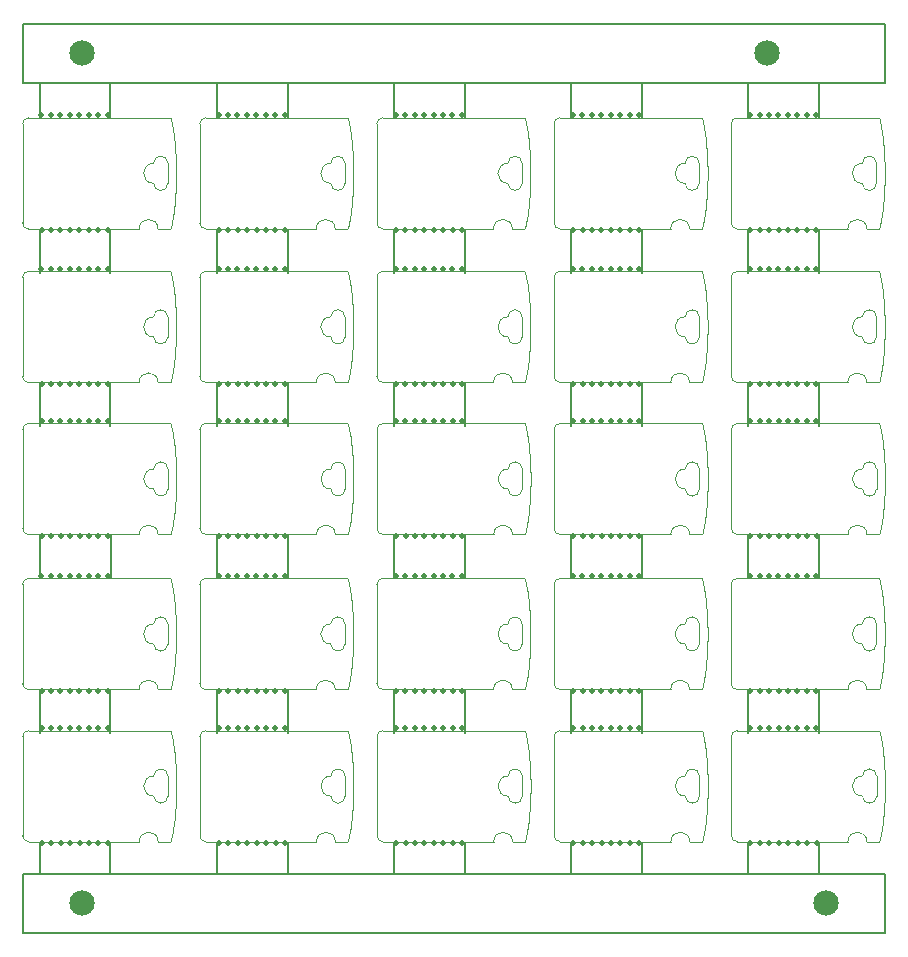
<source format=gko>
*
%FSLAX26Y26*%
%MOIN*%
%ADD10C,0.000394*%
%ADD11C,0.001969*%
%ADD12C,0.007874*%
%ADD13C,0.084646*%
%ADD14C,0.019685*%
%IPPOS*%
%LNa.gko*%
%LPD*%
%SRX1Y1I0J0*%
G01*
G75*
G54D10*
X464117Y180692D02*
G02X416873Y180692I-23622J0D01*
X464117Y247622D02*
G03X416873Y247622I-23622J0D01*
G03X416873Y180692I0J-33465D01*
G54D11*
X431637Y29118D02*
G03X368645Y29118I-31496J0D01*
X431637D02*
G01X471991D01*
G54D10*
X464117Y247622D02*
Y180692D01*
G54D11*
X-450Y399196D02*
G03X-20135Y379511I0J-19685D01*
Y48803D02*
G03X-450Y29118I19685J0D01*
X-20135Y379511D02*
G01Y48803D01*
X471991Y399196D02*
X-450D01*
Y29118D02*
X368645D01*
X491676Y214157D02*
Y219275D01*
Y224787D01*
Y229905D01*
Y235417D01*
X491282Y240535D01*
Y246047D01*
Y251165D01*
X490889Y256283D01*
Y261795D01*
X490495Y266913D01*
X490101Y272031D01*
Y277149D01*
X489708Y282267D01*
X489314Y286992D01*
X488920Y292110D01*
X488527Y296834D01*
X488133Y301952D01*
X487739Y306677D01*
X487345Y311401D01*
X486952Y316125D01*
X486558Y320850D01*
X486164Y325574D01*
X485377Y329905D01*
X484983Y334629D01*
X484590Y338960D01*
X483802Y343291D01*
X483408Y347228D01*
X482621Y351559D01*
X482227Y355496D01*
X481440Y359433D01*
X480653Y363370D01*
X480259Y367307D01*
X479471Y370850D01*
X478684Y374787D01*
X477897Y377937D01*
X477109Y381480D01*
X476716Y385023D01*
X475928Y388173D01*
X475141Y391322D01*
X474353Y394078D01*
X473172Y397228D01*
X471991Y399196D01*
Y29118D02*
X473172Y31086D01*
X474353Y34236D01*
X475141Y36992D01*
X475928Y40141D01*
X476716Y43291D01*
X477109Y46834D01*
X477897Y50377D01*
X478684Y53527D01*
X479471Y57464D01*
X480259Y61007D01*
X480653Y64944D01*
X481440Y68881D01*
X482227Y72818D01*
X482621Y76755D01*
X483408Y81086D01*
X483802Y85023D01*
X484590Y89354D01*
X484983Y93685D01*
X485377Y98409D01*
X486164Y102740D01*
X486558Y107464D01*
X486952Y112188D01*
X487345Y116913D01*
X487739Y121637D01*
X488133Y126362D01*
X488527Y131480D01*
X488920Y136204D01*
X489314Y141322D01*
X489708Y146047D01*
X490101Y151165D01*
Y156283D01*
X490495Y161401D01*
X490889Y166519D01*
Y172031D01*
X491282Y177149D01*
Y182267D01*
Y187779D01*
X491676Y192897D01*
Y198409D01*
Y203527D01*
Y209039D01*
Y214157D01*
G54D10*
X1054668Y180692D02*
G02X1007424Y180692I-23622J0D01*
X1054668Y247622D02*
G03X1007424Y247622I-23622J0D01*
G03X1007424Y180692I0J-33465D01*
G54D11*
X1022188Y29118D02*
G03X959196Y29118I-31496J0D01*
X1022188D02*
G01X1062542D01*
G54D10*
X1054668Y247622D02*
Y180692D01*
G54D11*
X590101Y399196D02*
G03X570416Y379511I0J-19685D01*
Y48803D02*
G03X590101Y29118I19685J0D01*
X570416Y379511D02*
G01Y48803D01*
X1062542Y399196D02*
X590101D01*
Y29118D02*
X959196D01*
X1082227Y214157D02*
Y219275D01*
Y224787D01*
Y229905D01*
Y235417D01*
X1081833Y240535D01*
Y246047D01*
Y251165D01*
X1081440Y256283D01*
Y261795D01*
X1081046Y266913D01*
X1080652Y272031D01*
Y277149D01*
X1080259Y282267D01*
X1079865Y286992D01*
X1079471Y292110D01*
X1079078Y296834D01*
X1078684Y301952D01*
X1078290Y306677D01*
X1077896Y311401D01*
X1077503Y316125D01*
X1077109Y320850D01*
X1076715Y325574D01*
X1075928Y329905D01*
X1075534Y334629D01*
X1075141Y338960D01*
X1074353Y343291D01*
X1073959Y347228D01*
X1073172Y351559D01*
X1072778Y355496D01*
X1071991Y359433D01*
X1071204Y363370D01*
X1070810Y367307D01*
X1070022Y370850D01*
X1069235Y374787D01*
X1068448Y377937D01*
X1067660Y381480D01*
X1067267Y385023D01*
X1066479Y388173D01*
X1065692Y391322D01*
X1064904Y394078D01*
X1063723Y397228D01*
X1062542Y399196D01*
Y29118D02*
X1063723Y31086D01*
X1064904Y34236D01*
X1065692Y36992D01*
X1066479Y40141D01*
X1067267Y43291D01*
X1067660Y46834D01*
X1068448Y50377D01*
X1069235Y53527D01*
X1070022Y57464D01*
X1070810Y61007D01*
X1071204Y64944D01*
X1071991Y68881D01*
X1072778Y72818D01*
X1073172Y76755D01*
X1073959Y81086D01*
X1074353Y85023D01*
X1075141Y89354D01*
X1075534Y93685D01*
X1075928Y98409D01*
X1076715Y102740D01*
X1077109Y107464D01*
X1077503Y112188D01*
X1077896Y116913D01*
X1078290Y121637D01*
X1078684Y126362D01*
X1079078Y131480D01*
X1079471Y136204D01*
X1079865Y141322D01*
X1080259Y146047D01*
X1080652Y151165D01*
Y156283D01*
X1081046Y161401D01*
X1081440Y166519D01*
Y172031D01*
X1081833Y177149D01*
Y182267D01*
Y187779D01*
X1082227Y192897D01*
Y198409D01*
Y203527D01*
Y209039D01*
Y214157D01*
G54D10*
X1645219Y180692D02*
G02X1597975Y180692I-23622J0D01*
X1645219Y247622D02*
G03X1597975Y247622I-23622J0D01*
G03X1597975Y180692I0J-33465D01*
G54D11*
X1612739Y29118D02*
G03X1549747Y29118I-31496J0D01*
X1612739D02*
G01X1653093D01*
G54D10*
X1645219Y247622D02*
Y180692D01*
G54D11*
X1180652Y399196D02*
G03X1160967Y379511I0J-19685D01*
Y48803D02*
G03X1180652Y29118I19685J0D01*
X1160967Y379511D02*
G01Y48803D01*
X1653093Y399196D02*
X1180652D01*
Y29118D02*
X1549747D01*
X1672778Y214157D02*
Y219275D01*
Y224787D01*
Y229905D01*
Y235417D01*
X1672385Y240535D01*
Y246047D01*
Y251165D01*
X1671991Y256283D01*
Y261795D01*
X1671597Y266913D01*
X1671203Y272031D01*
Y277149D01*
X1670810Y282267D01*
X1670416Y286992D01*
X1670022Y292110D01*
X1669629Y296834D01*
X1669235Y301952D01*
X1668841Y306677D01*
X1668448Y311401D01*
X1668054Y316125D01*
X1667660Y320850D01*
X1667266Y325574D01*
X1666479Y329905D01*
X1666085Y334629D01*
X1665692Y338960D01*
X1664904Y343291D01*
X1664511Y347228D01*
X1663723Y351559D01*
X1663329Y355496D01*
X1662542Y359433D01*
X1661755Y363370D01*
X1661361Y367307D01*
X1660574Y370850D01*
X1659786Y374787D01*
X1658999Y377937D01*
X1658211Y381480D01*
X1657818Y385023D01*
X1657030Y388173D01*
X1656243Y391322D01*
X1655455Y394078D01*
X1654274Y397228D01*
X1653093Y399196D01*
Y29118D02*
X1654274Y31086D01*
X1655455Y34236D01*
X1656243Y36992D01*
X1657030Y40141D01*
X1657818Y43291D01*
X1658211Y46834D01*
X1658999Y50377D01*
X1659786Y53527D01*
X1660574Y57464D01*
X1661361Y61007D01*
X1661755Y64944D01*
X1662542Y68881D01*
X1663329Y72818D01*
X1663723Y76755D01*
X1664511Y81086D01*
X1664904Y85023D01*
X1665692Y89354D01*
X1666085Y93685D01*
X1666479Y98409D01*
X1667266Y102740D01*
X1667660Y107464D01*
X1668054Y112188D01*
X1668448Y116913D01*
X1668841Y121637D01*
X1669235Y126362D01*
X1669629Y131480D01*
X1670022Y136204D01*
X1670416Y141322D01*
X1670810Y146047D01*
X1671203Y151165D01*
Y156283D01*
X1671597Y161401D01*
X1671991Y166519D01*
Y172031D01*
X1672385Y177149D01*
Y182267D01*
Y187779D01*
X1672778Y192897D01*
Y198409D01*
Y203527D01*
Y209039D01*
Y214157D01*
G54D10*
X2235770Y180692D02*
G02X2188526Y180692I-23622J0D01*
X2235770Y247622D02*
G03X2188526Y247622I-23622J0D01*
G03X2188526Y180692I0J-33465D01*
G54D11*
X2203290Y29118D02*
G03X2140298Y29118I-31496J0D01*
X2203290D02*
G01X2243644D01*
G54D10*
X2235770Y247622D02*
Y180692D01*
G54D11*
X1771203Y399196D02*
G03X1751518Y379511I0J-19685D01*
Y48803D02*
G03X1771203Y29118I19685J0D01*
X1751518Y379511D02*
G01Y48803D01*
X2243644Y399196D02*
X1771203D01*
Y29118D02*
X2140298D01*
X2263329Y214157D02*
Y219275D01*
Y224787D01*
Y229905D01*
Y235417D01*
X2262936Y240535D01*
Y246047D01*
Y251165D01*
X2262542Y256283D01*
Y261795D01*
X2262148Y266913D01*
X2261754Y272031D01*
Y277149D01*
X2261361Y282267D01*
X2260967Y286992D01*
X2260573Y292110D01*
X2260180Y296834D01*
X2259786Y301952D01*
X2259392Y306677D01*
X2258999Y311401D01*
X2258605Y316125D01*
X2258211Y320850D01*
X2257817Y325574D01*
X2257030Y329905D01*
X2256636Y334629D01*
X2256243Y338960D01*
X2255455Y343291D01*
X2255062Y347228D01*
X2254274Y351559D01*
X2253880Y355496D01*
X2253093Y359433D01*
X2252306Y363370D01*
X2251912Y367307D01*
X2251125Y370850D01*
X2250337Y374787D01*
X2249550Y377937D01*
X2248762Y381480D01*
X2248369Y385023D01*
X2247581Y388173D01*
X2246794Y391322D01*
X2246006Y394078D01*
X2244825Y397228D01*
X2243644Y399196D01*
Y29118D02*
X2244825Y31086D01*
X2246006Y34236D01*
X2246794Y36992D01*
X2247581Y40141D01*
X2248369Y43291D01*
X2248762Y46834D01*
X2249550Y50377D01*
X2250337Y53527D01*
X2251125Y57464D01*
X2251912Y61007D01*
X2252306Y64944D01*
X2253093Y68881D01*
X2253880Y72818D01*
X2254274Y76755D01*
X2255062Y81086D01*
X2255455Y85023D01*
X2256243Y89354D01*
X2256636Y93685D01*
X2257030Y98409D01*
X2257817Y102740D01*
X2258211Y107464D01*
X2258605Y112188D01*
X2258999Y116913D01*
X2259392Y121637D01*
X2259786Y126362D01*
X2260180Y131480D01*
X2260573Y136204D01*
X2260967Y141322D01*
X2261361Y146047D01*
X2261754Y151165D01*
Y156283D01*
X2262148Y161401D01*
X2262542Y166519D01*
Y172031D01*
X2262936Y177149D01*
Y182267D01*
Y187779D01*
X2263329Y192897D01*
Y198409D01*
Y203527D01*
Y209039D01*
Y214157D01*
G54D10*
X2826321Y180692D02*
G02X2779077Y180692I-23622J0D01*
X2826321Y247622D02*
G03X2779077Y247622I-23622J0D01*
G03X2779077Y180692I0J-33465D01*
G54D11*
X2793841Y29118D02*
G03X2730849Y29118I-31496J0D01*
X2793841D02*
G01X2834195D01*
G54D10*
X2826321Y247622D02*
Y180692D01*
G54D11*
X2361754Y399196D02*
G03X2342069Y379511I0J-19685D01*
Y48803D02*
G03X2361754Y29118I19685J0D01*
X2342069Y379511D02*
G01Y48803D01*
X2834195Y399196D02*
X2361754D01*
Y29118D02*
X2730849D01*
X2853880Y214157D02*
Y219275D01*
Y224787D01*
Y229905D01*
Y235417D01*
X2853487Y240535D01*
Y246047D01*
Y251165D01*
X2853093Y256283D01*
Y261795D01*
X2852699Y266913D01*
X2852305Y272031D01*
Y277149D01*
X2851912Y282267D01*
X2851518Y286992D01*
X2851124Y292110D01*
X2850731Y296834D01*
X2850337Y301952D01*
X2849943Y306677D01*
X2849550Y311401D01*
X2849156Y316125D01*
X2848762Y320850D01*
X2848368Y325574D01*
X2847581Y329905D01*
X2847187Y334629D01*
X2846794Y338960D01*
X2846006Y343291D01*
X2845613Y347228D01*
X2844825Y351559D01*
X2844431Y355496D01*
X2843644Y359433D01*
X2842857Y363370D01*
X2842463Y367307D01*
X2841675Y370850D01*
X2840888Y374787D01*
X2840101Y377937D01*
X2839313Y381480D01*
X2838920Y385023D01*
X2838132Y388173D01*
X2837345Y391322D01*
X2836557Y394078D01*
X2835376Y397228D01*
X2834195Y399196D01*
Y29118D02*
X2835376Y31086D01*
X2836557Y34236D01*
X2837345Y36992D01*
X2838132Y40141D01*
X2838920Y43291D01*
X2839313Y46834D01*
X2840101Y50377D01*
X2840888Y53527D01*
X2841675Y57464D01*
X2842463Y61007D01*
X2842857Y64944D01*
X2843644Y68881D01*
X2844431Y72818D01*
X2844825Y76755D01*
X2845613Y81086D01*
X2846006Y85023D01*
X2846794Y89354D01*
X2847187Y93685D01*
X2847581Y98409D01*
X2848368Y102740D01*
X2848762Y107464D01*
X2849156Y112188D01*
X2849550Y116913D01*
X2849943Y121637D01*
X2850337Y126362D01*
X2850731Y131480D01*
X2851124Y136204D01*
X2851518Y141322D01*
X2851912Y146047D01*
X2852305Y151165D01*
Y156283D01*
X2852699Y161401D01*
X2853093Y166519D01*
Y172031D01*
X2853487Y177149D01*
Y182267D01*
Y187779D01*
X2853880Y192897D01*
Y198409D01*
Y203527D01*
Y209039D01*
Y214157D01*
G54D10*
X463626Y687732D02*
G02X416382Y687732I-23622J0D01*
X463626Y754662D02*
G03X416382Y754662I-23622J0D01*
G03X416382Y687732I0J-33465D01*
G54D11*
X431146Y536158D02*
G03X368154Y536158I-31496J0D01*
X431146D02*
G01X471500D01*
G54D10*
X463626Y754662D02*
Y687732D01*
G54D11*
X-941Y906236D02*
G03X-20626Y886551I0J-19685D01*
Y555843D02*
G03X-941Y536158I19685J0D01*
X-20626Y886551D02*
G01Y555843D01*
X471500Y906236D02*
X-941D01*
Y536158D02*
X368154D01*
X491185Y721197D02*
Y726315D01*
Y731827D01*
Y736945D01*
Y742457D01*
X490791Y747575D01*
Y753087D01*
Y758205D01*
X490398Y763323D01*
Y768835D01*
X490004Y773953D01*
X489610Y779071D01*
Y784189D01*
X489217Y789307D01*
X488823Y794032D01*
X488429Y799150D01*
X488036Y803874D01*
X487642Y808992D01*
X487248Y813717D01*
X486854Y818441D01*
X486461Y823166D01*
X486067Y827890D01*
X485673Y832614D01*
X484886Y836945D01*
X484492Y841669D01*
X484099Y846000D01*
X483311Y850331D01*
X482917Y854268D01*
X482130Y858599D01*
X481736Y862536D01*
X480949Y866473D01*
X480162Y870410D01*
X479768Y874347D01*
X478980Y877890D01*
X478193Y881827D01*
X477406Y884977D01*
X476618Y888520D01*
X476225Y892063D01*
X475437Y895213D01*
X474650Y898362D01*
X473862Y901118D01*
X472681Y904268D01*
X471500Y906236D01*
Y536158D02*
X472681Y538126D01*
X473862Y541276D01*
X474650Y544032D01*
X475437Y547181D01*
X476225Y550331D01*
X476618Y553874D01*
X477406Y557418D01*
X478193Y560567D01*
X478980Y564504D01*
X479768Y568047D01*
X480162Y571984D01*
X480949Y575921D01*
X481736Y579858D01*
X482130Y583795D01*
X482917Y588126D01*
X483311Y592063D01*
X484099Y596394D01*
X484492Y600725D01*
X484886Y605449D01*
X485673Y609780D01*
X486067Y614504D01*
X486461Y619229D01*
X486854Y623953D01*
X487248Y628677D01*
X487642Y633402D01*
X488036Y638520D01*
X488429Y643244D01*
X488823Y648362D01*
X489217Y653087D01*
X489610Y658205D01*
Y663323D01*
X490004Y668441D01*
X490398Y673559D01*
Y679071D01*
X490791Y684189D01*
Y689307D01*
Y694819D01*
X491185Y699937D01*
Y705449D01*
Y710567D01*
Y716079D01*
Y721197D01*
G54D10*
X1054177Y687732D02*
G02X1006933Y687732I-23622J0D01*
X1054177Y754662D02*
G03X1006933Y754662I-23622J0D01*
G03X1006933Y687732I0J-33465D01*
G54D11*
X1021697Y536158D02*
G03X958705Y536158I-31496J0D01*
X1021697D02*
G01X1062051D01*
G54D10*
X1054177Y754662D02*
Y687732D01*
G54D11*
X589610Y906236D02*
G03X569925Y886551I0J-19685D01*
Y555843D02*
G03X589610Y536158I19685J0D01*
X569925Y886551D02*
G01Y555843D01*
X1062051Y906236D02*
X589610D01*
Y536158D02*
X958705D01*
X1081736Y721197D02*
Y726315D01*
Y731827D01*
Y736945D01*
Y742457D01*
X1081342Y747575D01*
Y753087D01*
Y758205D01*
X1080949Y763323D01*
Y768835D01*
X1080555Y773953D01*
X1080161Y779071D01*
Y784189D01*
X1079768Y789307D01*
X1079374Y794032D01*
X1078980Y799150D01*
X1078587Y803874D01*
X1078193Y808992D01*
X1077799Y813717D01*
X1077405Y818441D01*
X1077012Y823166D01*
X1076618Y827890D01*
X1076224Y832614D01*
X1075437Y836945D01*
X1075043Y841669D01*
X1074650Y846000D01*
X1073862Y850331D01*
X1073468Y854268D01*
X1072681Y858599D01*
X1072287Y862536D01*
X1071500Y866473D01*
X1070713Y870410D01*
X1070319Y874347D01*
X1069531Y877890D01*
X1068744Y881827D01*
X1067957Y884977D01*
X1067169Y888520D01*
X1066775Y892063D01*
X1065988Y895213D01*
X1065201Y898362D01*
X1064413Y901118D01*
X1063232Y904268D01*
X1062051Y906236D01*
Y536158D02*
X1063232Y538126D01*
X1064413Y541276D01*
X1065201Y544032D01*
X1065988Y547181D01*
X1066775Y550331D01*
X1067169Y553874D01*
X1067957Y557418D01*
X1068744Y560567D01*
X1069531Y564504D01*
X1070319Y568047D01*
X1070713Y571984D01*
X1071500Y575921D01*
X1072287Y579858D01*
X1072681Y583795D01*
X1073468Y588126D01*
X1073862Y592063D01*
X1074650Y596394D01*
X1075043Y600725D01*
X1075437Y605449D01*
X1076224Y609780D01*
X1076618Y614504D01*
X1077012Y619229D01*
X1077405Y623953D01*
X1077799Y628677D01*
X1078193Y633402D01*
X1078587Y638520D01*
X1078980Y643244D01*
X1079374Y648362D01*
X1079768Y653087D01*
X1080161Y658205D01*
Y663323D01*
X1080555Y668441D01*
X1080949Y673559D01*
Y679071D01*
X1081342Y684189D01*
Y689307D01*
Y694819D01*
X1081736Y699937D01*
Y705449D01*
Y710567D01*
Y716079D01*
Y721197D01*
G54D10*
X1644728Y687732D02*
G02X1597484Y687732I-23622J0D01*
X1644728Y754662D02*
G03X1597484Y754662I-23622J0D01*
G03X1597484Y687732I0J-33465D01*
G54D11*
X1612248Y536158D02*
G03X1549256Y536158I-31496J0D01*
X1612248D02*
G01X1652602D01*
G54D10*
X1644728Y754662D02*
Y687732D01*
G54D11*
X1180161Y906236D02*
G03X1160476Y886551I0J-19685D01*
Y555843D02*
G03X1180161Y536158I19685J0D01*
X1160476Y886551D02*
G01Y555843D01*
X1652602Y906236D02*
X1180161D01*
Y536158D02*
X1549256D01*
X1672287Y721197D02*
Y726315D01*
Y731827D01*
Y736945D01*
Y742457D01*
X1671894Y747575D01*
Y753087D01*
Y758205D01*
X1671500Y763323D01*
Y768835D01*
X1671106Y773953D01*
X1670712Y779071D01*
Y784189D01*
X1670319Y789307D01*
X1669925Y794032D01*
X1669531Y799150D01*
X1669138Y803874D01*
X1668744Y808992D01*
X1668350Y813717D01*
X1667956Y818441D01*
X1667563Y823166D01*
X1667169Y827890D01*
X1666775Y832614D01*
X1665988Y836945D01*
X1665594Y841669D01*
X1665201Y846000D01*
X1664413Y850331D01*
X1664019Y854268D01*
X1663232Y858599D01*
X1662838Y862536D01*
X1662051Y866473D01*
X1661264Y870410D01*
X1660870Y874347D01*
X1660082Y877890D01*
X1659295Y881827D01*
X1658508Y884977D01*
X1657720Y888520D01*
X1657327Y892063D01*
X1656539Y895213D01*
X1655752Y898362D01*
X1654964Y901118D01*
X1653783Y904268D01*
X1652602Y906236D01*
Y536158D02*
X1653783Y538126D01*
X1654964Y541276D01*
X1655752Y544032D01*
X1656539Y547181D01*
X1657327Y550331D01*
X1657720Y553874D01*
X1658508Y557418D01*
X1659295Y560567D01*
X1660082Y564504D01*
X1660870Y568047D01*
X1661264Y571984D01*
X1662051Y575921D01*
X1662838Y579858D01*
X1663232Y583795D01*
X1664019Y588126D01*
X1664413Y592063D01*
X1665201Y596394D01*
X1665594Y600725D01*
X1665988Y605449D01*
X1666775Y609780D01*
X1667169Y614504D01*
X1667563Y619229D01*
X1667956Y623953D01*
X1668350Y628677D01*
X1668744Y633402D01*
X1669138Y638520D01*
X1669531Y643244D01*
X1669925Y648362D01*
X1670319Y653087D01*
X1670712Y658205D01*
Y663323D01*
X1671106Y668441D01*
X1671500Y673559D01*
Y679071D01*
X1671894Y684189D01*
Y689307D01*
Y694819D01*
X1672287Y699937D01*
Y705449D01*
Y710567D01*
Y716079D01*
Y721197D01*
G54D10*
X2235279Y687732D02*
G02X2188035Y687732I-23622J0D01*
X2235279Y754662D02*
G03X2188035Y754662I-23622J0D01*
G03X2188035Y687732I0J-33465D01*
G54D11*
X2202799Y536158D02*
G03X2139807Y536158I-31496J0D01*
X2202799D02*
G01X2243153D01*
G54D10*
X2235279Y754662D02*
Y687732D01*
G54D11*
X1770712Y906236D02*
G03X1751027Y886551I0J-19685D01*
Y555843D02*
G03X1770712Y536158I19685J0D01*
X1751027Y886551D02*
G01Y555843D01*
X2243153Y906236D02*
X1770712D01*
Y536158D02*
X2139807D01*
X2262838Y721197D02*
Y726315D01*
Y731827D01*
Y736945D01*
Y742457D01*
X2262444Y747575D01*
Y753087D01*
Y758205D01*
X2262051Y763323D01*
Y768835D01*
X2261657Y773953D01*
X2261263Y779071D01*
Y784189D01*
X2260870Y789307D01*
X2260476Y794032D01*
X2260082Y799150D01*
X2259689Y803874D01*
X2259295Y808992D01*
X2258901Y813717D01*
X2258507Y818441D01*
X2258114Y823166D01*
X2257720Y827890D01*
X2257326Y832614D01*
X2256539Y836945D01*
X2256145Y841669D01*
X2255752Y846000D01*
X2254964Y850331D01*
X2254570Y854268D01*
X2253783Y858599D01*
X2253389Y862536D01*
X2252602Y866473D01*
X2251815Y870410D01*
X2251421Y874347D01*
X2250633Y877890D01*
X2249846Y881827D01*
X2249059Y884977D01*
X2248271Y888520D01*
X2247878Y892063D01*
X2247090Y895213D01*
X2246303Y898362D01*
X2245515Y901118D01*
X2244334Y904268D01*
X2243153Y906236D01*
Y536158D02*
X2244334Y538126D01*
X2245515Y541276D01*
X2246303Y544032D01*
X2247090Y547181D01*
X2247878Y550331D01*
X2248271Y553874D01*
X2249059Y557418D01*
X2249846Y560567D01*
X2250633Y564504D01*
X2251421Y568047D01*
X2251815Y571984D01*
X2252602Y575921D01*
X2253389Y579858D01*
X2253783Y583795D01*
X2254570Y588126D01*
X2254964Y592063D01*
X2255752Y596394D01*
X2256145Y600725D01*
X2256539Y605449D01*
X2257326Y609780D01*
X2257720Y614504D01*
X2258114Y619229D01*
X2258507Y623953D01*
X2258901Y628677D01*
X2259295Y633402D01*
X2259689Y638520D01*
X2260082Y643244D01*
X2260476Y648362D01*
X2260870Y653087D01*
X2261263Y658205D01*
Y663323D01*
X2261657Y668441D01*
X2262051Y673559D01*
Y679071D01*
X2262444Y684189D01*
Y689307D01*
Y694819D01*
X2262838Y699937D01*
Y705449D01*
Y710567D01*
Y716079D01*
Y721197D01*
G54D10*
X2825830Y687732D02*
G02X2778586Y687732I-23622J0D01*
X2825830Y754662D02*
G03X2778586Y754662I-23622J0D01*
G03X2778586Y687732I0J-33465D01*
G54D11*
X2793350Y536158D02*
G03X2730358Y536158I-31496J0D01*
X2793350D02*
G01X2833704D01*
G54D10*
X2825830Y754662D02*
Y687732D01*
G54D11*
X2361263Y906236D02*
G03X2341578Y886551I0J-19685D01*
Y555843D02*
G03X2361263Y536158I19685J0D01*
X2341578Y886551D02*
G01Y555843D01*
X2833704Y906236D02*
X2361263D01*
Y536158D02*
X2730358D01*
X2853389Y721197D02*
Y726315D01*
Y731827D01*
Y736945D01*
Y742457D01*
X2852995Y747575D01*
Y753087D01*
Y758205D01*
X2852602Y763323D01*
Y768835D01*
X2852208Y773953D01*
X2851814Y779071D01*
Y784189D01*
X2851421Y789307D01*
X2851027Y794032D01*
X2850633Y799150D01*
X2850240Y803874D01*
X2849846Y808992D01*
X2849452Y813717D01*
X2849058Y818441D01*
X2848665Y823166D01*
X2848271Y827890D01*
X2847877Y832614D01*
X2847090Y836945D01*
X2846696Y841669D01*
X2846303Y846000D01*
X2845515Y850331D01*
X2845121Y854268D01*
X2844334Y858599D01*
X2843940Y862536D01*
X2843153Y866473D01*
X2842366Y870410D01*
X2841972Y874347D01*
X2841184Y877890D01*
X2840397Y881827D01*
X2839610Y884977D01*
X2838822Y888520D01*
X2838429Y892063D01*
X2837641Y895213D01*
X2836854Y898362D01*
X2836066Y901118D01*
X2834885Y904268D01*
X2833704Y906236D01*
Y536158D02*
X2834885Y538126D01*
X2836066Y541276D01*
X2836854Y544032D01*
X2837641Y547181D01*
X2838429Y550331D01*
X2838822Y553874D01*
X2839610Y557418D01*
X2840397Y560567D01*
X2841184Y564504D01*
X2841972Y568047D01*
X2842366Y571984D01*
X2843153Y575921D01*
X2843940Y579858D01*
X2844334Y583795D01*
X2845121Y588126D01*
X2845515Y592063D01*
X2846303Y596394D01*
X2846696Y600725D01*
X2847090Y605449D01*
X2847877Y609780D01*
X2848271Y614504D01*
X2848665Y619229D01*
X2849058Y623953D01*
X2849452Y628677D01*
X2849846Y633402D01*
X2850240Y638520D01*
X2850633Y643244D01*
X2851027Y648362D01*
X2851421Y653087D01*
X2851814Y658205D01*
Y663323D01*
X2852208Y668441D01*
X2852602Y673559D01*
Y679071D01*
X2852995Y684189D01*
Y689307D01*
Y694819D01*
X2853389Y699937D01*
Y705449D01*
Y710567D01*
Y716079D01*
Y721197D01*
G54D10*
X464117Y1204361D02*
G02X416873Y1204361I-23622J0D01*
X464117Y1271291D02*
G03X416873Y1271291I-23622J0D01*
G03X416873Y1204361I0J-33465D01*
G54D11*
X431637Y1052787D02*
G03X368645Y1052787I-31496J0D01*
X431637D02*
G01X471991D01*
G54D10*
X464117Y1271291D02*
Y1204361D01*
G54D11*
X-450Y1422865D02*
G03X-20135Y1403180I0J-19685D01*
Y1072472D02*
G03X-450Y1052787I19685J0D01*
X-20135Y1403180D02*
G01Y1072472D01*
X471991Y1422865D02*
X-450D01*
Y1052787D02*
X368645D01*
X491676Y1237826D02*
Y1242944D01*
Y1248456D01*
Y1253574D01*
Y1259086D01*
X491282Y1264204D01*
Y1269716D01*
Y1274834D01*
X490889Y1279952D01*
Y1285464D01*
X490495Y1290582D01*
X490101Y1295700D01*
Y1300818D01*
X489708Y1305936D01*
X489314Y1310661D01*
X488920Y1315779D01*
X488527Y1320503D01*
X488133Y1325621D01*
X487739Y1330346D01*
X487345Y1335070D01*
X486952Y1339794D01*
X486558Y1344519D01*
X486164Y1349243D01*
X485377Y1353574D01*
X484983Y1358298D01*
X484590Y1362629D01*
X483802Y1366960D01*
X483408Y1370897D01*
X482621Y1375228D01*
X482227Y1379165D01*
X481440Y1383102D01*
X480653Y1387039D01*
X480259Y1390976D01*
X479471Y1394519D01*
X478684Y1398456D01*
X477897Y1401606D01*
X477109Y1405149D01*
X476716Y1408692D01*
X475928Y1411842D01*
X475141Y1414991D01*
X474353Y1417747D01*
X473172Y1420897D01*
X471991Y1422865D01*
Y1052787D02*
X473172Y1054755D01*
X474353Y1057905D01*
X475141Y1060661D01*
X475928Y1063810D01*
X476716Y1066960D01*
X477109Y1070503D01*
X477897Y1074046D01*
X478684Y1077196D01*
X479471Y1081133D01*
X480259Y1084676D01*
X480653Y1088613D01*
X481440Y1092550D01*
X482227Y1096487D01*
X482621Y1100424D01*
X483408Y1104755D01*
X483802Y1108692D01*
X484590Y1113023D01*
X484983Y1117354D01*
X485377Y1122078D01*
X486164Y1126409D01*
X486558Y1131133D01*
X486952Y1135857D01*
X487345Y1140582D01*
X487739Y1145306D01*
X488133Y1150031D01*
X488527Y1155149D01*
X488920Y1159873D01*
X489314Y1164991D01*
X489708Y1169716D01*
X490101Y1174834D01*
Y1179952D01*
X490495Y1185070D01*
X490889Y1190188D01*
Y1195700D01*
X491282Y1200818D01*
Y1205936D01*
Y1211448D01*
X491676Y1216566D01*
Y1222078D01*
Y1227196D01*
Y1232708D01*
Y1237826D01*
G54D10*
X1054668Y1204361D02*
G02X1007424Y1204361I-23622J0D01*
X1054668Y1271291D02*
G03X1007424Y1271291I-23622J0D01*
G03X1007424Y1204361I0J-33465D01*
G54D11*
X1022188Y1052787D02*
G03X959196Y1052787I-31496J0D01*
X1022188D02*
G01X1062542D01*
G54D10*
X1054668Y1271291D02*
Y1204361D01*
G54D11*
X590101Y1422865D02*
G03X570416Y1403180I0J-19685D01*
Y1072472D02*
G03X590101Y1052787I19685J0D01*
X570416Y1403180D02*
G01Y1072472D01*
X1062542Y1422865D02*
X590101D01*
Y1052787D02*
X959196D01*
X1082227Y1237826D02*
Y1242944D01*
Y1248456D01*
Y1253574D01*
Y1259086D01*
X1081833Y1264204D01*
Y1269716D01*
Y1274834D01*
X1081440Y1279952D01*
Y1285464D01*
X1081046Y1290582D01*
X1080652Y1295700D01*
Y1300818D01*
X1080259Y1305936D01*
X1079865Y1310661D01*
X1079471Y1315779D01*
X1079078Y1320503D01*
X1078684Y1325621D01*
X1078290Y1330346D01*
X1077896Y1335070D01*
X1077503Y1339794D01*
X1077109Y1344519D01*
X1076715Y1349243D01*
X1075928Y1353574D01*
X1075534Y1358298D01*
X1075141Y1362629D01*
X1074353Y1366960D01*
X1073959Y1370897D01*
X1073172Y1375228D01*
X1072778Y1379165D01*
X1071991Y1383102D01*
X1071204Y1387039D01*
X1070810Y1390976D01*
X1070022Y1394519D01*
X1069235Y1398456D01*
X1068448Y1401606D01*
X1067660Y1405149D01*
X1067267Y1408692D01*
X1066479Y1411842D01*
X1065692Y1414991D01*
X1064904Y1417747D01*
X1063723Y1420897D01*
X1062542Y1422865D01*
Y1052787D02*
X1063723Y1054755D01*
X1064904Y1057905D01*
X1065692Y1060661D01*
X1066479Y1063810D01*
X1067267Y1066960D01*
X1067660Y1070503D01*
X1068448Y1074046D01*
X1069235Y1077196D01*
X1070022Y1081133D01*
X1070810Y1084676D01*
X1071204Y1088613D01*
X1071991Y1092550D01*
X1072778Y1096487D01*
X1073172Y1100424D01*
X1073959Y1104755D01*
X1074353Y1108692D01*
X1075141Y1113023D01*
X1075534Y1117354D01*
X1075928Y1122078D01*
X1076715Y1126409D01*
X1077109Y1131133D01*
X1077503Y1135857D01*
X1077896Y1140582D01*
X1078290Y1145306D01*
X1078684Y1150031D01*
X1079078Y1155149D01*
X1079471Y1159873D01*
X1079865Y1164991D01*
X1080259Y1169716D01*
X1080652Y1174834D01*
Y1179952D01*
X1081046Y1185070D01*
X1081440Y1190188D01*
Y1195700D01*
X1081833Y1200818D01*
Y1205936D01*
Y1211448D01*
X1082227Y1216566D01*
Y1222078D01*
Y1227196D01*
Y1232708D01*
Y1237826D01*
G54D10*
X1645219Y1204361D02*
G02X1597975Y1204361I-23622J0D01*
X1645219Y1271291D02*
G03X1597975Y1271291I-23622J0D01*
G03X1597975Y1204361I0J-33465D01*
G54D11*
X1612739Y1052787D02*
G03X1549747Y1052787I-31496J0D01*
X1612739D02*
G01X1653093D01*
G54D10*
X1645219Y1271291D02*
Y1204361D01*
G54D11*
X1180652Y1422865D02*
G03X1160967Y1403180I0J-19685D01*
Y1072472D02*
G03X1180652Y1052787I19685J0D01*
X1160967Y1403180D02*
G01Y1072472D01*
X1653093Y1422865D02*
X1180652D01*
Y1052787D02*
X1549747D01*
X1672778Y1237826D02*
Y1242944D01*
Y1248456D01*
Y1253574D01*
Y1259086D01*
X1672385Y1264204D01*
Y1269716D01*
Y1274834D01*
X1671991Y1279952D01*
Y1285464D01*
X1671597Y1290582D01*
X1671203Y1295700D01*
Y1300818D01*
X1670810Y1305936D01*
X1670416Y1310661D01*
X1670022Y1315779D01*
X1669629Y1320503D01*
X1669235Y1325621D01*
X1668841Y1330346D01*
X1668448Y1335070D01*
X1668054Y1339794D01*
X1667660Y1344519D01*
X1667266Y1349243D01*
X1666479Y1353574D01*
X1666085Y1358298D01*
X1665692Y1362629D01*
X1664904Y1366960D01*
X1664511Y1370897D01*
X1663723Y1375228D01*
X1663329Y1379165D01*
X1662542Y1383102D01*
X1661755Y1387039D01*
X1661361Y1390976D01*
X1660574Y1394519D01*
X1659786Y1398456D01*
X1658999Y1401606D01*
X1658211Y1405149D01*
X1657818Y1408692D01*
X1657030Y1411842D01*
X1656243Y1414991D01*
X1655455Y1417747D01*
X1654274Y1420897D01*
X1653093Y1422865D01*
Y1052787D02*
X1654274Y1054755D01*
X1655455Y1057905D01*
X1656243Y1060661D01*
X1657030Y1063810D01*
X1657818Y1066960D01*
X1658211Y1070503D01*
X1658999Y1074046D01*
X1659786Y1077196D01*
X1660574Y1081133D01*
X1661361Y1084676D01*
X1661755Y1088613D01*
X1662542Y1092550D01*
X1663329Y1096487D01*
X1663723Y1100424D01*
X1664511Y1104755D01*
X1664904Y1108692D01*
X1665692Y1113023D01*
X1666085Y1117354D01*
X1666479Y1122078D01*
X1667266Y1126409D01*
X1667660Y1131133D01*
X1668054Y1135857D01*
X1668448Y1140582D01*
X1668841Y1145306D01*
X1669235Y1150031D01*
X1669629Y1155149D01*
X1670022Y1159873D01*
X1670416Y1164991D01*
X1670810Y1169716D01*
X1671203Y1174834D01*
Y1179952D01*
X1671597Y1185070D01*
X1671991Y1190188D01*
Y1195700D01*
X1672385Y1200818D01*
Y1205936D01*
Y1211448D01*
X1672778Y1216566D01*
Y1222078D01*
Y1227196D01*
Y1232708D01*
Y1237826D01*
G54D10*
X2235770Y1204361D02*
G02X2188526Y1204361I-23622J0D01*
X2235770Y1271291D02*
G03X2188526Y1271291I-23622J0D01*
G03X2188526Y1204361I0J-33465D01*
G54D11*
X2203290Y1052787D02*
G03X2140298Y1052787I-31496J0D01*
X2203290D02*
G01X2243644D01*
G54D10*
X2235770Y1271291D02*
Y1204361D01*
G54D11*
X1771203Y1422865D02*
G03X1751518Y1403180I0J-19685D01*
Y1072472D02*
G03X1771203Y1052787I19685J0D01*
X1751518Y1403180D02*
G01Y1072472D01*
X2243644Y1422865D02*
X1771203D01*
Y1052787D02*
X2140298D01*
X2263329Y1237826D02*
Y1242944D01*
Y1248456D01*
Y1253574D01*
Y1259086D01*
X2262936Y1264204D01*
Y1269716D01*
Y1274834D01*
X2262542Y1279952D01*
Y1285464D01*
X2262148Y1290582D01*
X2261754Y1295700D01*
Y1300818D01*
X2261361Y1305936D01*
X2260967Y1310661D01*
X2260573Y1315779D01*
X2260180Y1320503D01*
X2259786Y1325621D01*
X2259392Y1330346D01*
X2258999Y1335070D01*
X2258605Y1339794D01*
X2258211Y1344519D01*
X2257817Y1349243D01*
X2257030Y1353574D01*
X2256636Y1358298D01*
X2256243Y1362629D01*
X2255455Y1366960D01*
X2255062Y1370897D01*
X2254274Y1375228D01*
X2253880Y1379165D01*
X2253093Y1383102D01*
X2252306Y1387039D01*
X2251912Y1390976D01*
X2251125Y1394519D01*
X2250337Y1398456D01*
X2249550Y1401606D01*
X2248762Y1405149D01*
X2248369Y1408692D01*
X2247581Y1411842D01*
X2246794Y1414991D01*
X2246006Y1417747D01*
X2244825Y1420897D01*
X2243644Y1422865D01*
Y1052787D02*
X2244825Y1054755D01*
X2246006Y1057905D01*
X2246794Y1060661D01*
X2247581Y1063810D01*
X2248369Y1066960D01*
X2248762Y1070503D01*
X2249550Y1074046D01*
X2250337Y1077196D01*
X2251125Y1081133D01*
X2251912Y1084676D01*
X2252306Y1088613D01*
X2253093Y1092550D01*
X2253880Y1096487D01*
X2254274Y1100424D01*
X2255062Y1104755D01*
X2255455Y1108692D01*
X2256243Y1113023D01*
X2256636Y1117354D01*
X2257030Y1122078D01*
X2257817Y1126409D01*
X2258211Y1131133D01*
X2258605Y1135857D01*
X2258999Y1140582D01*
X2259392Y1145306D01*
X2259786Y1150031D01*
X2260180Y1155149D01*
X2260573Y1159873D01*
X2260967Y1164991D01*
X2261361Y1169716D01*
X2261754Y1174834D01*
Y1179952D01*
X2262148Y1185070D01*
X2262542Y1190188D01*
Y1195700D01*
X2262936Y1200818D01*
Y1205936D01*
Y1211448D01*
X2263329Y1216566D01*
Y1222078D01*
Y1227196D01*
Y1232708D01*
Y1237826D01*
G54D10*
X2826321Y1204361D02*
G02X2779077Y1204361I-23622J0D01*
X2826321Y1271291D02*
G03X2779077Y1271291I-23622J0D01*
G03X2779077Y1204361I0J-33465D01*
G54D11*
X2793841Y1052787D02*
G03X2730849Y1052787I-31496J0D01*
X2793841D02*
G01X2834195D01*
G54D10*
X2826321Y1271291D02*
Y1204361D01*
G54D11*
X2361754Y1422865D02*
G03X2342069Y1403180I0J-19685D01*
Y1072472D02*
G03X2361754Y1052787I19685J0D01*
X2342069Y1403180D02*
G01Y1072472D01*
X2834195Y1422865D02*
X2361754D01*
Y1052787D02*
X2730849D01*
X2853880Y1237826D02*
Y1242944D01*
Y1248456D01*
Y1253574D01*
Y1259086D01*
X2853487Y1264204D01*
Y1269716D01*
Y1274834D01*
X2853093Y1279952D01*
Y1285464D01*
X2852699Y1290582D01*
X2852305Y1295700D01*
Y1300818D01*
X2851912Y1305936D01*
X2851518Y1310661D01*
X2851124Y1315779D01*
X2850731Y1320503D01*
X2850337Y1325621D01*
X2849943Y1330346D01*
X2849550Y1335070D01*
X2849156Y1339794D01*
X2848762Y1344519D01*
X2848368Y1349243D01*
X2847581Y1353574D01*
X2847187Y1358298D01*
X2846794Y1362629D01*
X2846006Y1366960D01*
X2845613Y1370897D01*
X2844825Y1375228D01*
X2844431Y1379165D01*
X2843644Y1383102D01*
X2842857Y1387039D01*
X2842463Y1390976D01*
X2841675Y1394519D01*
X2840888Y1398456D01*
X2840101Y1401606D01*
X2839313Y1405149D01*
X2838920Y1408692D01*
X2838132Y1411842D01*
X2837345Y1414991D01*
X2836557Y1417747D01*
X2835376Y1420897D01*
X2834195Y1422865D01*
Y1052787D02*
X2835376Y1054755D01*
X2836557Y1057905D01*
X2837345Y1060661D01*
X2838132Y1063810D01*
X2838920Y1066960D01*
X2839313Y1070503D01*
X2840101Y1074046D01*
X2840888Y1077196D01*
X2841675Y1081133D01*
X2842463Y1084676D01*
X2842857Y1088613D01*
X2843644Y1092550D01*
X2844431Y1096487D01*
X2844825Y1100424D01*
X2845613Y1104755D01*
X2846006Y1108692D01*
X2846794Y1113023D01*
X2847187Y1117354D01*
X2847581Y1122078D01*
X2848368Y1126409D01*
X2848762Y1131133D01*
X2849156Y1135857D01*
X2849550Y1140582D01*
X2849943Y1145306D01*
X2850337Y1150031D01*
X2850731Y1155149D01*
X2851124Y1159873D01*
X2851518Y1164991D01*
X2851912Y1169716D01*
X2852305Y1174834D01*
Y1179952D01*
X2852699Y1185070D01*
X2853093Y1190188D01*
Y1195700D01*
X2853487Y1200818D01*
Y1205936D01*
Y1211448D01*
X2853880Y1216566D01*
Y1222078D01*
Y1227196D01*
Y1232708D01*
Y1237826D01*
G54D10*
X463626Y1711401D02*
G02X416382Y1711401I-23622J0D01*
X463626Y1778331D02*
G03X416382Y1778331I-23622J0D01*
G03X416382Y1711401I0J-33465D01*
G54D11*
X431146Y1559827D02*
G03X368154Y1559827I-31496J0D01*
X431146D02*
G01X471500D01*
G54D10*
X463626Y1778331D02*
Y1711401D01*
G54D11*
X-941Y1929905D02*
G03X-20626Y1910220I0J-19685D01*
Y1579512D02*
G03X-941Y1559827I19685J0D01*
X-20626Y1910220D02*
G01Y1579512D01*
X471500Y1929905D02*
X-941D01*
Y1559827D02*
X368154D01*
X491185Y1744866D02*
Y1749984D01*
Y1755496D01*
Y1760614D01*
Y1766126D01*
X490791Y1771244D01*
Y1776756D01*
Y1781874D01*
X490398Y1786992D01*
Y1792504D01*
X490004Y1797622D01*
X489610Y1802740D01*
Y1807858D01*
X489217Y1812976D01*
X488823Y1817701D01*
X488429Y1822819D01*
X488036Y1827543D01*
X487642Y1832661D01*
X487248Y1837386D01*
X486854Y1842110D01*
X486461Y1846835D01*
X486067Y1851559D01*
X485673Y1856283D01*
X484886Y1860614D01*
X484492Y1865338D01*
X484099Y1869669D01*
X483311Y1874000D01*
X482917Y1877937D01*
X482130Y1882268D01*
X481736Y1886205D01*
X480949Y1890142D01*
X480162Y1894079D01*
X479768Y1898016D01*
X478980Y1901559D01*
X478193Y1905496D01*
X477406Y1908646D01*
X476618Y1912189D01*
X476225Y1915732D01*
X475437Y1918882D01*
X474650Y1922031D01*
X473862Y1924787D01*
X472681Y1927937D01*
X471500Y1929905D01*
Y1559827D02*
X472681Y1561795D01*
X473862Y1564945D01*
X474650Y1567701D01*
X475437Y1570850D01*
X476225Y1574000D01*
X476618Y1577543D01*
X477406Y1581087D01*
X478193Y1584236D01*
X478980Y1588173D01*
X479768Y1591716D01*
X480162Y1595653D01*
X480949Y1599590D01*
X481736Y1603527D01*
X482130Y1607464D01*
X482917Y1611795D01*
X483311Y1615732D01*
X484099Y1620063D01*
X484492Y1624394D01*
X484886Y1629118D01*
X485673Y1633449D01*
X486067Y1638173D01*
X486461Y1642898D01*
X486854Y1647622D01*
X487248Y1652346D01*
X487642Y1657071D01*
X488036Y1662189D01*
X488429Y1666913D01*
X488823Y1672031D01*
X489217Y1676756D01*
X489610Y1681874D01*
Y1686992D01*
X490004Y1692110D01*
X490398Y1697228D01*
Y1702740D01*
X490791Y1707858D01*
Y1712976D01*
Y1718488D01*
X491185Y1723606D01*
Y1729118D01*
Y1734236D01*
Y1739748D01*
Y1744866D01*
G54D10*
X1054177Y1711401D02*
G02X1006933Y1711401I-23622J0D01*
X1054177Y1778331D02*
G03X1006933Y1778331I-23622J0D01*
G03X1006933Y1711401I0J-33465D01*
G54D11*
X1021697Y1559827D02*
G03X958705Y1559827I-31496J0D01*
X1021697D02*
G01X1062051D01*
G54D10*
X1054177Y1778331D02*
Y1711401D01*
G54D11*
X589610Y1929905D02*
G03X569925Y1910220I0J-19685D01*
Y1579512D02*
G03X589610Y1559827I19685J0D01*
X569925Y1910220D02*
G01Y1579512D01*
X1062051Y1929905D02*
X589610D01*
Y1559827D02*
X958705D01*
X1081736Y1744866D02*
Y1749984D01*
Y1755496D01*
Y1760614D01*
Y1766126D01*
X1081342Y1771244D01*
Y1776756D01*
Y1781874D01*
X1080949Y1786992D01*
Y1792504D01*
X1080555Y1797622D01*
X1080161Y1802740D01*
Y1807858D01*
X1079768Y1812976D01*
X1079374Y1817701D01*
X1078980Y1822819D01*
X1078587Y1827543D01*
X1078193Y1832661D01*
X1077799Y1837386D01*
X1077405Y1842110D01*
X1077012Y1846835D01*
X1076618Y1851559D01*
X1076224Y1856283D01*
X1075437Y1860614D01*
X1075043Y1865338D01*
X1074650Y1869669D01*
X1073862Y1874000D01*
X1073468Y1877937D01*
X1072681Y1882268D01*
X1072287Y1886205D01*
X1071500Y1890142D01*
X1070713Y1894079D01*
X1070319Y1898016D01*
X1069531Y1901559D01*
X1068744Y1905496D01*
X1067957Y1908646D01*
X1067169Y1912189D01*
X1066775Y1915732D01*
X1065988Y1918882D01*
X1065201Y1922031D01*
X1064413Y1924787D01*
X1063232Y1927937D01*
X1062051Y1929905D01*
Y1559827D02*
X1063232Y1561795D01*
X1064413Y1564945D01*
X1065201Y1567701D01*
X1065988Y1570850D01*
X1066775Y1574000D01*
X1067169Y1577543D01*
X1067957Y1581087D01*
X1068744Y1584236D01*
X1069531Y1588173D01*
X1070319Y1591716D01*
X1070713Y1595653D01*
X1071500Y1599590D01*
X1072287Y1603527D01*
X1072681Y1607464D01*
X1073468Y1611795D01*
X1073862Y1615732D01*
X1074650Y1620063D01*
X1075043Y1624394D01*
X1075437Y1629118D01*
X1076224Y1633449D01*
X1076618Y1638173D01*
X1077012Y1642898D01*
X1077405Y1647622D01*
X1077799Y1652346D01*
X1078193Y1657071D01*
X1078587Y1662189D01*
X1078980Y1666913D01*
X1079374Y1672031D01*
X1079768Y1676756D01*
X1080161Y1681874D01*
Y1686992D01*
X1080555Y1692110D01*
X1080949Y1697228D01*
Y1702740D01*
X1081342Y1707858D01*
Y1712976D01*
Y1718488D01*
X1081736Y1723606D01*
Y1729118D01*
Y1734236D01*
Y1739748D01*
Y1744866D01*
G54D10*
X1644728Y1711401D02*
G02X1597484Y1711401I-23622J0D01*
X1644728Y1778331D02*
G03X1597484Y1778331I-23622J0D01*
G03X1597484Y1711401I0J-33465D01*
G54D11*
X1612248Y1559827D02*
G03X1549256Y1559827I-31496J0D01*
X1612248D02*
G01X1652602D01*
G54D10*
X1644728Y1778331D02*
Y1711401D01*
G54D11*
X1180161Y1929905D02*
G03X1160476Y1910220I0J-19685D01*
Y1579512D02*
G03X1180161Y1559827I19685J0D01*
X1160476Y1910220D02*
G01Y1579512D01*
X1652602Y1929905D02*
X1180161D01*
Y1559827D02*
X1549256D01*
X1672287Y1744866D02*
Y1749984D01*
Y1755496D01*
Y1760614D01*
Y1766126D01*
X1671894Y1771244D01*
Y1776756D01*
Y1781874D01*
X1671500Y1786992D01*
Y1792504D01*
X1671106Y1797622D01*
X1670712Y1802740D01*
Y1807858D01*
X1670319Y1812976D01*
X1669925Y1817701D01*
X1669531Y1822819D01*
X1669138Y1827543D01*
X1668744Y1832661D01*
X1668350Y1837386D01*
X1667956Y1842110D01*
X1667563Y1846835D01*
X1667169Y1851559D01*
X1666775Y1856283D01*
X1665988Y1860614D01*
X1665594Y1865338D01*
X1665201Y1869669D01*
X1664413Y1874000D01*
X1664019Y1877937D01*
X1663232Y1882268D01*
X1662838Y1886205D01*
X1662051Y1890142D01*
X1661264Y1894079D01*
X1660870Y1898016D01*
X1660082Y1901559D01*
X1659295Y1905496D01*
X1658508Y1908646D01*
X1657720Y1912189D01*
X1657327Y1915732D01*
X1656539Y1918882D01*
X1655752Y1922031D01*
X1654964Y1924787D01*
X1653783Y1927937D01*
X1652602Y1929905D01*
Y1559827D02*
X1653783Y1561795D01*
X1654964Y1564945D01*
X1655752Y1567701D01*
X1656539Y1570850D01*
X1657327Y1574000D01*
X1657720Y1577543D01*
X1658508Y1581087D01*
X1659295Y1584236D01*
X1660082Y1588173D01*
X1660870Y1591716D01*
X1661264Y1595653D01*
X1662051Y1599590D01*
X1662838Y1603527D01*
X1663232Y1607464D01*
X1664019Y1611795D01*
X1664413Y1615732D01*
X1665201Y1620063D01*
X1665594Y1624394D01*
X1665988Y1629118D01*
X1666775Y1633449D01*
X1667169Y1638173D01*
X1667563Y1642898D01*
X1667956Y1647622D01*
X1668350Y1652346D01*
X1668744Y1657071D01*
X1669138Y1662189D01*
X1669531Y1666913D01*
X1669925Y1672031D01*
X1670319Y1676756D01*
X1670712Y1681874D01*
Y1686992D01*
X1671106Y1692110D01*
X1671500Y1697228D01*
Y1702740D01*
X1671894Y1707858D01*
Y1712976D01*
Y1718488D01*
X1672287Y1723606D01*
Y1729118D01*
Y1734236D01*
Y1739748D01*
Y1744866D01*
G54D10*
X2235279Y1711401D02*
G02X2188035Y1711401I-23622J0D01*
X2235279Y1778331D02*
G03X2188035Y1778331I-23622J0D01*
G03X2188035Y1711401I0J-33465D01*
G54D11*
X2202799Y1559827D02*
G03X2139807Y1559827I-31496J0D01*
X2202799D02*
G01X2243153D01*
G54D10*
X2235279Y1778331D02*
Y1711401D01*
G54D11*
X1770712Y1929905D02*
G03X1751027Y1910220I0J-19685D01*
Y1579512D02*
G03X1770712Y1559827I19685J0D01*
X1751027Y1910220D02*
G01Y1579512D01*
X2243153Y1929905D02*
X1770712D01*
Y1559827D02*
X2139807D01*
X2262838Y1744866D02*
Y1749984D01*
Y1755496D01*
Y1760614D01*
Y1766126D01*
X2262444Y1771244D01*
Y1776756D01*
Y1781874D01*
X2262051Y1786992D01*
Y1792504D01*
X2261657Y1797622D01*
X2261263Y1802740D01*
Y1807858D01*
X2260870Y1812976D01*
X2260476Y1817701D01*
X2260082Y1822819D01*
X2259689Y1827543D01*
X2259295Y1832661D01*
X2258901Y1837386D01*
X2258507Y1842110D01*
X2258114Y1846835D01*
X2257720Y1851559D01*
X2257326Y1856283D01*
X2256539Y1860614D01*
X2256145Y1865338D01*
X2255752Y1869669D01*
X2254964Y1874000D01*
X2254570Y1877937D01*
X2253783Y1882268D01*
X2253389Y1886205D01*
X2252602Y1890142D01*
X2251815Y1894079D01*
X2251421Y1898016D01*
X2250633Y1901559D01*
X2249846Y1905496D01*
X2249059Y1908646D01*
X2248271Y1912189D01*
X2247878Y1915732D01*
X2247090Y1918882D01*
X2246303Y1922031D01*
X2245515Y1924787D01*
X2244334Y1927937D01*
X2243153Y1929905D01*
Y1559827D02*
X2244334Y1561795D01*
X2245515Y1564945D01*
X2246303Y1567701D01*
X2247090Y1570850D01*
X2247878Y1574000D01*
X2248271Y1577543D01*
X2249059Y1581087D01*
X2249846Y1584236D01*
X2250633Y1588173D01*
X2251421Y1591716D01*
X2251815Y1595653D01*
X2252602Y1599590D01*
X2253389Y1603527D01*
X2253783Y1607464D01*
X2254570Y1611795D01*
X2254964Y1615732D01*
X2255752Y1620063D01*
X2256145Y1624394D01*
X2256539Y1629118D01*
X2257326Y1633449D01*
X2257720Y1638173D01*
X2258114Y1642898D01*
X2258507Y1647622D01*
X2258901Y1652346D01*
X2259295Y1657071D01*
X2259689Y1662189D01*
X2260082Y1666913D01*
X2260476Y1672031D01*
X2260870Y1676756D01*
X2261263Y1681874D01*
Y1686992D01*
X2261657Y1692110D01*
X2262051Y1697228D01*
Y1702740D01*
X2262444Y1707858D01*
Y1712976D01*
Y1718488D01*
X2262838Y1723606D01*
Y1729118D01*
Y1734236D01*
Y1739748D01*
Y1744866D01*
G54D10*
X2825830Y1711401D02*
G02X2778586Y1711401I-23622J0D01*
X2825830Y1778331D02*
G03X2778586Y1778331I-23622J0D01*
G03X2778586Y1711401I0J-33465D01*
G54D11*
X2793350Y1559827D02*
G03X2730358Y1559827I-31496J0D01*
X2793350D02*
G01X2833704D01*
G54D10*
X2825830Y1778331D02*
Y1711401D01*
G54D11*
X2361263Y1929905D02*
G03X2341578Y1910220I0J-19685D01*
Y1579512D02*
G03X2361263Y1559827I19685J0D01*
X2341578Y1910220D02*
G01Y1579512D01*
X2833704Y1929905D02*
X2361263D01*
Y1559827D02*
X2730358D01*
X2853389Y1744866D02*
Y1749984D01*
Y1755496D01*
Y1760614D01*
Y1766126D01*
X2852995Y1771244D01*
Y1776756D01*
Y1781874D01*
X2852602Y1786992D01*
Y1792504D01*
X2852208Y1797622D01*
X2851814Y1802740D01*
Y1807858D01*
X2851421Y1812976D01*
X2851027Y1817701D01*
X2850633Y1822819D01*
X2850240Y1827543D01*
X2849846Y1832661D01*
X2849452Y1837386D01*
X2849058Y1842110D01*
X2848665Y1846835D01*
X2848271Y1851559D01*
X2847877Y1856283D01*
X2847090Y1860614D01*
X2846696Y1865338D01*
X2846303Y1869669D01*
X2845515Y1874000D01*
X2845121Y1877937D01*
X2844334Y1882268D01*
X2843940Y1886205D01*
X2843153Y1890142D01*
X2842366Y1894079D01*
X2841972Y1898016D01*
X2841184Y1901559D01*
X2840397Y1905496D01*
X2839610Y1908646D01*
X2838822Y1912189D01*
X2838429Y1915732D01*
X2837641Y1918882D01*
X2836854Y1922031D01*
X2836066Y1924787D01*
X2834885Y1927937D01*
X2833704Y1929905D01*
Y1559827D02*
X2834885Y1561795D01*
X2836066Y1564945D01*
X2836854Y1567701D01*
X2837641Y1570850D01*
X2838429Y1574000D01*
X2838822Y1577543D01*
X2839610Y1581087D01*
X2840397Y1584236D01*
X2841184Y1588173D01*
X2841972Y1591716D01*
X2842366Y1595653D01*
X2843153Y1599590D01*
X2843940Y1603527D01*
X2844334Y1607464D01*
X2845121Y1611795D01*
X2845515Y1615732D01*
X2846303Y1620063D01*
X2846696Y1624394D01*
X2847090Y1629118D01*
X2847877Y1633449D01*
X2848271Y1638173D01*
X2848665Y1642898D01*
X2849058Y1647622D01*
X2849452Y1652346D01*
X2849846Y1657071D01*
X2850240Y1662189D01*
X2850633Y1666913D01*
X2851027Y1672031D01*
X2851421Y1676756D01*
X2851814Y1681874D01*
Y1686992D01*
X2852208Y1692110D01*
X2852602Y1697228D01*
Y1702740D01*
X2852995Y1707858D01*
Y1712976D01*
Y1718488D01*
X2853389Y1723606D01*
Y1729118D01*
Y1734236D01*
Y1739748D01*
Y1744866D01*
G54D10*
X463626Y2223236D02*
G02X416382Y2223236I-23622J0D01*
X463626Y2290166D02*
G03X416382Y2290166I-23622J0D01*
G03X416382Y2223236I0J-33465D01*
G54D11*
X431146Y2071662D02*
G03X368154Y2071662I-31496J0D01*
X431146D02*
G01X471500D01*
G54D10*
X463626Y2290166D02*
Y2223236D01*
G54D11*
X-941Y2441740D02*
G03X-20626Y2422055I0J-19685D01*
Y2091347D02*
G03X-941Y2071662I19685J0D01*
X-20626Y2422055D02*
G01Y2091347D01*
X471500Y2441740D02*
X-941D01*
Y2071662D02*
X368154D01*
X491185Y2256701D02*
Y2261819D01*
Y2267331D01*
Y2272449D01*
Y2277961D01*
X490791Y2283079D01*
Y2288591D01*
Y2293709D01*
X490398Y2298827D01*
Y2304339D01*
X490004Y2309457D01*
X489610Y2314575D01*
Y2319693D01*
X489217Y2324811D01*
X488823Y2329536D01*
X488429Y2334654D01*
X488036Y2339378D01*
X487642Y2344496D01*
X487248Y2349221D01*
X486854Y2353945D01*
X486461Y2358669D01*
X486067Y2363394D01*
X485673Y2368118D01*
X484886Y2372449D01*
X484492Y2377173D01*
X484099Y2381504D01*
X483311Y2385835D01*
X482917Y2389772D01*
X482130Y2394103D01*
X481736Y2398040D01*
X480949Y2401977D01*
X480162Y2405914D01*
X479768Y2409851D01*
X478980Y2413394D01*
X478193Y2417331D01*
X477406Y2420481D01*
X476618Y2424024D01*
X476225Y2427567D01*
X475437Y2430717D01*
X474650Y2433866D01*
X473862Y2436622D01*
X472681Y2439772D01*
X471500Y2441740D01*
Y2071662D02*
X472681Y2073630D01*
X473862Y2076780D01*
X474650Y2079536D01*
X475437Y2082685D01*
X476225Y2085835D01*
X476618Y2089378D01*
X477406Y2092921D01*
X478193Y2096071D01*
X478980Y2100008D01*
X479768Y2103551D01*
X480162Y2107488D01*
X480949Y2111425D01*
X481736Y2115362D01*
X482130Y2119299D01*
X482917Y2123630D01*
X483311Y2127567D01*
X484099Y2131898D01*
X484492Y2136229D01*
X484886Y2140953D01*
X485673Y2145284D01*
X486067Y2150008D01*
X486461Y2154732D01*
X486854Y2159457D01*
X487248Y2164181D01*
X487642Y2168906D01*
X488036Y2174024D01*
X488429Y2178748D01*
X488823Y2183866D01*
X489217Y2188591D01*
X489610Y2193709D01*
Y2198827D01*
X490004Y2203945D01*
X490398Y2209063D01*
Y2214575D01*
X490791Y2219693D01*
Y2224811D01*
Y2230323D01*
X491185Y2235441D01*
Y2240953D01*
Y2246071D01*
Y2251583D01*
Y2256701D01*
G54D10*
X1054177Y2223236D02*
G02X1006933Y2223236I-23622J0D01*
X1054177Y2290166D02*
G03X1006933Y2290166I-23622J0D01*
G03X1006933Y2223236I0J-33465D01*
G54D11*
X1021697Y2071662D02*
G03X958705Y2071662I-31496J0D01*
X1021697D02*
G01X1062051D01*
G54D10*
X1054177Y2290166D02*
Y2223236D01*
G54D11*
X589610Y2441740D02*
G03X569925Y2422055I0J-19685D01*
Y2091347D02*
G03X589610Y2071662I19685J0D01*
X569925Y2422055D02*
G01Y2091347D01*
X1062051Y2441740D02*
X589610D01*
Y2071662D02*
X958705D01*
X1081736Y2256701D02*
Y2261819D01*
Y2267331D01*
Y2272449D01*
Y2277961D01*
X1081342Y2283079D01*
Y2288591D01*
Y2293709D01*
X1080949Y2298827D01*
Y2304339D01*
X1080555Y2309457D01*
X1080161Y2314575D01*
Y2319693D01*
X1079768Y2324811D01*
X1079374Y2329536D01*
X1078980Y2334654D01*
X1078587Y2339378D01*
X1078193Y2344496D01*
X1077799Y2349221D01*
X1077405Y2353945D01*
X1077012Y2358669D01*
X1076618Y2363394D01*
X1076224Y2368118D01*
X1075437Y2372449D01*
X1075043Y2377173D01*
X1074650Y2381504D01*
X1073862Y2385835D01*
X1073468Y2389772D01*
X1072681Y2394103D01*
X1072287Y2398040D01*
X1071500Y2401977D01*
X1070713Y2405914D01*
X1070319Y2409851D01*
X1069531Y2413394D01*
X1068744Y2417331D01*
X1067957Y2420481D01*
X1067169Y2424024D01*
X1066775Y2427567D01*
X1065988Y2430717D01*
X1065201Y2433866D01*
X1064413Y2436622D01*
X1063232Y2439772D01*
X1062051Y2441740D01*
Y2071662D02*
X1063232Y2073630D01*
X1064413Y2076780D01*
X1065201Y2079536D01*
X1065988Y2082685D01*
X1066775Y2085835D01*
X1067169Y2089378D01*
X1067957Y2092921D01*
X1068744Y2096071D01*
X1069531Y2100008D01*
X1070319Y2103551D01*
X1070713Y2107488D01*
X1071500Y2111425D01*
X1072287Y2115362D01*
X1072681Y2119299D01*
X1073468Y2123630D01*
X1073862Y2127567D01*
X1074650Y2131898D01*
X1075043Y2136229D01*
X1075437Y2140953D01*
X1076224Y2145284D01*
X1076618Y2150008D01*
X1077012Y2154732D01*
X1077405Y2159457D01*
X1077799Y2164181D01*
X1078193Y2168906D01*
X1078587Y2174024D01*
X1078980Y2178748D01*
X1079374Y2183866D01*
X1079768Y2188591D01*
X1080161Y2193709D01*
Y2198827D01*
X1080555Y2203945D01*
X1080949Y2209063D01*
Y2214575D01*
X1081342Y2219693D01*
Y2224811D01*
Y2230323D01*
X1081736Y2235441D01*
Y2240953D01*
Y2246071D01*
Y2251583D01*
Y2256701D01*
G54D10*
X1644728Y2223236D02*
G02X1597484Y2223236I-23622J0D01*
X1644728Y2290166D02*
G03X1597484Y2290166I-23622J0D01*
G03X1597484Y2223236I0J-33465D01*
G54D11*
X1612248Y2071662D02*
G03X1549256Y2071662I-31496J0D01*
X1612248D02*
G01X1652602D01*
G54D10*
X1644728Y2290166D02*
Y2223236D01*
G54D11*
X1180161Y2441740D02*
G03X1160476Y2422055I0J-19685D01*
Y2091347D02*
G03X1180161Y2071662I19685J0D01*
X1160476Y2422055D02*
G01Y2091347D01*
X1652602Y2441740D02*
X1180161D01*
Y2071662D02*
X1549256D01*
X1672287Y2256701D02*
Y2261819D01*
Y2267331D01*
Y2272449D01*
Y2277961D01*
X1671894Y2283079D01*
Y2288591D01*
Y2293709D01*
X1671500Y2298827D01*
Y2304339D01*
X1671106Y2309457D01*
X1670712Y2314575D01*
Y2319693D01*
X1670319Y2324811D01*
X1669925Y2329536D01*
X1669531Y2334654D01*
X1669138Y2339378D01*
X1668744Y2344496D01*
X1668350Y2349221D01*
X1667956Y2353945D01*
X1667563Y2358669D01*
X1667169Y2363394D01*
X1666775Y2368118D01*
X1665988Y2372449D01*
X1665594Y2377173D01*
X1665201Y2381504D01*
X1664413Y2385835D01*
X1664019Y2389772D01*
X1663232Y2394103D01*
X1662838Y2398040D01*
X1662051Y2401977D01*
X1661264Y2405914D01*
X1660870Y2409851D01*
X1660082Y2413394D01*
X1659295Y2417331D01*
X1658508Y2420481D01*
X1657720Y2424024D01*
X1657327Y2427567D01*
X1656539Y2430717D01*
X1655752Y2433866D01*
X1654964Y2436622D01*
X1653783Y2439772D01*
X1652602Y2441740D01*
Y2071662D02*
X1653783Y2073630D01*
X1654964Y2076780D01*
X1655752Y2079536D01*
X1656539Y2082685D01*
X1657327Y2085835D01*
X1657720Y2089378D01*
X1658508Y2092921D01*
X1659295Y2096071D01*
X1660082Y2100008D01*
X1660870Y2103551D01*
X1661264Y2107488D01*
X1662051Y2111425D01*
X1662838Y2115362D01*
X1663232Y2119299D01*
X1664019Y2123630D01*
X1664413Y2127567D01*
X1665201Y2131898D01*
X1665594Y2136229D01*
X1665988Y2140953D01*
X1666775Y2145284D01*
X1667169Y2150008D01*
X1667563Y2154732D01*
X1667956Y2159457D01*
X1668350Y2164181D01*
X1668744Y2168906D01*
X1669138Y2174024D01*
X1669531Y2178748D01*
X1669925Y2183866D01*
X1670319Y2188591D01*
X1670712Y2193709D01*
Y2198827D01*
X1671106Y2203945D01*
X1671500Y2209063D01*
Y2214575D01*
X1671894Y2219693D01*
Y2224811D01*
Y2230323D01*
X1672287Y2235441D01*
Y2240953D01*
Y2246071D01*
Y2251583D01*
Y2256701D01*
G54D10*
X2235279Y2223236D02*
G02X2188035Y2223236I-23622J0D01*
X2235279Y2290166D02*
G03X2188035Y2290166I-23622J0D01*
G03X2188035Y2223236I0J-33465D01*
G54D11*
X2202799Y2071662D02*
G03X2139807Y2071662I-31496J0D01*
X2202799D02*
G01X2243153D01*
G54D10*
X2235279Y2290166D02*
Y2223236D01*
G54D11*
X1770712Y2441740D02*
G03X1751027Y2422055I0J-19685D01*
Y2091347D02*
G03X1770712Y2071662I19685J0D01*
X1751027Y2422055D02*
G01Y2091347D01*
X2243153Y2441740D02*
X1770712D01*
Y2071662D02*
X2139807D01*
X2262838Y2256701D02*
Y2261819D01*
Y2267331D01*
Y2272449D01*
Y2277961D01*
X2262444Y2283079D01*
Y2288591D01*
Y2293709D01*
X2262051Y2298827D01*
Y2304339D01*
X2261657Y2309457D01*
X2261263Y2314575D01*
Y2319693D01*
X2260870Y2324811D01*
X2260476Y2329536D01*
X2260082Y2334654D01*
X2259689Y2339378D01*
X2259295Y2344496D01*
X2258901Y2349221D01*
X2258507Y2353945D01*
X2258114Y2358669D01*
X2257720Y2363394D01*
X2257326Y2368118D01*
X2256539Y2372449D01*
X2256145Y2377173D01*
X2255752Y2381504D01*
X2254964Y2385835D01*
X2254570Y2389772D01*
X2253783Y2394103D01*
X2253389Y2398040D01*
X2252602Y2401977D01*
X2251815Y2405914D01*
X2251421Y2409851D01*
X2250633Y2413394D01*
X2249846Y2417331D01*
X2249059Y2420481D01*
X2248271Y2424024D01*
X2247878Y2427567D01*
X2247090Y2430717D01*
X2246303Y2433866D01*
X2245515Y2436622D01*
X2244334Y2439772D01*
X2243153Y2441740D01*
Y2071662D02*
X2244334Y2073630D01*
X2245515Y2076780D01*
X2246303Y2079536D01*
X2247090Y2082685D01*
X2247878Y2085835D01*
X2248271Y2089378D01*
X2249059Y2092921D01*
X2249846Y2096071D01*
X2250633Y2100008D01*
X2251421Y2103551D01*
X2251815Y2107488D01*
X2252602Y2111425D01*
X2253389Y2115362D01*
X2253783Y2119299D01*
X2254570Y2123630D01*
X2254964Y2127567D01*
X2255752Y2131898D01*
X2256145Y2136229D01*
X2256539Y2140953D01*
X2257326Y2145284D01*
X2257720Y2150008D01*
X2258114Y2154732D01*
X2258507Y2159457D01*
X2258901Y2164181D01*
X2259295Y2168906D01*
X2259689Y2174024D01*
X2260082Y2178748D01*
X2260476Y2183866D01*
X2260870Y2188591D01*
X2261263Y2193709D01*
Y2198827D01*
X2261657Y2203945D01*
X2262051Y2209063D01*
Y2214575D01*
X2262444Y2219693D01*
Y2224811D01*
Y2230323D01*
X2262838Y2235441D01*
Y2240953D01*
Y2246071D01*
Y2251583D01*
Y2256701D01*
G54D10*
X2825830Y2223236D02*
G02X2778586Y2223236I-23622J0D01*
X2825830Y2290166D02*
G03X2778586Y2290166I-23622J0D01*
G03X2778586Y2223236I0J-33465D01*
G54D11*
X2793350Y2071662D02*
G03X2730358Y2071662I-31496J0D01*
X2793350D02*
G01X2833704D01*
G54D10*
X2825830Y2290166D02*
Y2223236D01*
G54D11*
X2361263Y2441740D02*
G03X2341578Y2422055I0J-19685D01*
Y2091347D02*
G03X2361263Y2071662I19685J0D01*
X2341578Y2422055D02*
G01Y2091347D01*
X2833704Y2441740D02*
X2361263D01*
Y2071662D02*
X2730358D01*
X2853389Y2256701D02*
Y2261819D01*
Y2267331D01*
Y2272449D01*
Y2277961D01*
X2852995Y2283079D01*
Y2288591D01*
Y2293709D01*
X2852602Y2298827D01*
Y2304339D01*
X2852208Y2309457D01*
X2851814Y2314575D01*
Y2319693D01*
X2851421Y2324811D01*
X2851027Y2329536D01*
X2850633Y2334654D01*
X2850240Y2339378D01*
X2849846Y2344496D01*
X2849452Y2349221D01*
X2849058Y2353945D01*
X2848665Y2358669D01*
X2848271Y2363394D01*
X2847877Y2368118D01*
X2847090Y2372449D01*
X2846696Y2377173D01*
X2846303Y2381504D01*
X2845515Y2385835D01*
X2845121Y2389772D01*
X2844334Y2394103D01*
X2843940Y2398040D01*
X2843153Y2401977D01*
X2842366Y2405914D01*
X2841972Y2409851D01*
X2841184Y2413394D01*
X2840397Y2417331D01*
X2839610Y2420481D01*
X2838822Y2424024D01*
X2838429Y2427567D01*
X2837641Y2430717D01*
X2836854Y2433866D01*
X2836066Y2436622D01*
X2834885Y2439772D01*
X2833704Y2441740D01*
Y2071662D02*
X2834885Y2073630D01*
X2836066Y2076780D01*
X2836854Y2079536D01*
X2837641Y2082685D01*
X2838429Y2085835D01*
X2838822Y2089378D01*
X2839610Y2092921D01*
X2840397Y2096071D01*
X2841184Y2100008D01*
X2841972Y2103551D01*
X2842366Y2107488D01*
X2843153Y2111425D01*
X2843940Y2115362D01*
X2844334Y2119299D01*
X2845121Y2123630D01*
X2845515Y2127567D01*
X2846303Y2131898D01*
X2846696Y2136229D01*
X2847090Y2140953D01*
X2847877Y2145284D01*
X2848271Y2150008D01*
X2848665Y2154732D01*
X2849058Y2159457D01*
X2849452Y2164181D01*
X2849846Y2168906D01*
X2850240Y2174024D01*
X2850633Y2178748D01*
X2851027Y2183866D01*
X2851421Y2188591D01*
X2851814Y2193709D01*
Y2198827D01*
X2852208Y2203945D01*
X2852602Y2209063D01*
Y2214575D01*
X2852995Y2219693D01*
Y2224811D01*
Y2230323D01*
X2853389Y2235441D01*
Y2240953D01*
Y2246071D01*
Y2251583D01*
Y2256701D01*
G54D12*
X-19685Y2559161D02*
Y2756012D01*
X2854331D01*
Y2559161D01*
X-19685D01*
Y-275602D02*
Y-78752D01*
X2854331D01*
Y-275602D01*
X-19685D01*
X36205Y29118D02*
Y-75138D01*
X272426Y29118D02*
Y-75138D01*
X36205Y2557575D02*
Y2441740D01*
X272426Y2557575D02*
Y2441740D01*
X626757Y29118D02*
Y-75138D01*
X862977Y29118D02*
Y-75138D01*
X626757Y2557575D02*
Y2441740D01*
X862977Y2557575D02*
Y2441740D01*
X1217308Y29118D02*
Y-75138D01*
X1453528Y29118D02*
Y-75138D01*
X1217308Y2557575D02*
Y2441740D01*
X1453528Y2557575D02*
Y2441740D01*
X1807859Y29118D02*
Y-75138D01*
X2044079Y29118D02*
Y-75138D01*
X1807859Y2557575D02*
Y2441740D01*
X2044079Y2557575D02*
Y2441740D01*
X2398410Y29118D02*
Y-75138D01*
X2634631Y29118D02*
Y-75138D01*
X2398410Y2557575D02*
Y2441740D01*
X2634631Y2557575D02*
Y2441740D01*
G54D13*
X177165Y2657587D03*
X2460630D03*
X177165Y-177177D03*
X2657480D03*
G54D12*
X36205Y2072218D02*
Y1925389D01*
X272426Y2072218D02*
Y1925389D01*
X626757Y2072218D02*
Y1925389D01*
X862977Y2072218D02*
Y1925389D01*
X1217308Y2072218D02*
Y1925389D01*
X1453528Y2072218D02*
Y1925389D01*
X1807859Y2072218D02*
Y1925389D01*
X2044079Y2072218D02*
Y1925389D01*
X2398410Y2072218D02*
Y1925389D01*
X2634631Y2072218D02*
Y1925389D01*
X36205Y1560383D02*
Y1413554D01*
X272426Y1560383D02*
Y1413554D01*
X626757Y1560383D02*
Y1413554D01*
X862977Y1560383D02*
Y1413554D01*
X1217308Y1560383D02*
Y1413554D01*
X1453528Y1560383D02*
Y1413554D01*
X1807859Y1560383D02*
Y1413554D01*
X2044079Y1560383D02*
Y1413554D01*
X2398410Y1560383D02*
Y1413554D01*
X2634631Y1560383D02*
Y1413554D01*
X36696Y1053343D02*
Y906514D01*
X272917Y1053343D02*
Y906514D01*
X627248Y1053343D02*
Y906514D01*
X863468Y1053343D02*
Y906514D01*
X1217799Y1053343D02*
Y906514D01*
X1454019Y1053343D02*
Y906514D01*
X1808350Y1053343D02*
Y906514D01*
X2044570Y1053343D02*
Y906514D01*
X2398901Y1053343D02*
Y906514D01*
X2635122Y1053343D02*
Y906514D01*
X36205Y536714D02*
Y389885D01*
X272426Y536714D02*
Y389885D01*
X626757Y536714D02*
Y389885D01*
X862977Y536714D02*
Y389885D01*
X1217308Y536714D02*
Y389885D01*
X1453528Y536714D02*
Y389885D01*
X1807859Y536714D02*
Y389885D01*
X2044079Y536714D02*
Y389885D01*
X2398410Y536714D02*
Y389885D01*
X2634631Y536714D02*
Y389885D01*
G54D14*
X43430Y24559D03*
X74926D03*
X106422D03*
X137919D03*
X169415D03*
X200911D03*
X232407D03*
X263903D03*
X42900Y408400D03*
X74396D03*
X105892D03*
X137388D03*
X168884D03*
X200380D03*
X231876D03*
X263372D03*
X633981Y24559D03*
X665477D03*
X696973D03*
X728470D03*
X759966D03*
X791462D03*
X822958D03*
X854454D03*
X633451Y408400D03*
X664947D03*
X696443D03*
X727939D03*
X759435D03*
X790931D03*
X822427D03*
X853923D03*
X1224532Y24559D03*
X1256028D03*
X1287524D03*
X1319021D03*
X1350517D03*
X1382013D03*
X1413509D03*
X1445005D03*
X1224002Y408400D03*
X1255498D03*
X1286994D03*
X1318490D03*
X1349986D03*
X1381482D03*
X1412978D03*
X1444474D03*
X1815083Y24559D03*
X1846579D03*
X1878075D03*
X1909572D03*
X1941068D03*
X1972564D03*
X2004060D03*
X2035556D03*
X1814553Y408400D03*
X1846049D03*
X1877545D03*
X1909041D03*
X1940537D03*
X1972033D03*
X2003529D03*
X2035025D03*
X2405634Y24559D03*
X2437130D03*
X2468626D03*
X2500123D03*
X2531619D03*
X2563115D03*
X2594611D03*
X2626107D03*
X2405104Y408400D03*
X2436600D03*
X2468096D03*
X2499592D03*
X2531088D03*
X2562584D03*
X2594080D03*
X2625576D03*
X42939Y531599D03*
X74435D03*
X105931D03*
X137428D03*
X168924D03*
X200420D03*
X231916D03*
X263412D03*
X42409Y915440D03*
X73905D03*
X105401D03*
X136897D03*
X168393D03*
X199889D03*
X231385D03*
X262881D03*
X633490Y531599D03*
X664986D03*
X696482D03*
X727979D03*
X759475D03*
X790971D03*
X822467D03*
X853963D03*
X632960Y915440D03*
X664456D03*
X695952D03*
X727448D03*
X758944D03*
X790440D03*
X821936D03*
X853432D03*
X1224041Y531599D03*
X1255537D03*
X1287033D03*
X1318530D03*
X1350026D03*
X1381522D03*
X1413018D03*
X1444514D03*
X1223511Y915440D03*
X1255007D03*
X1286503D03*
X1317999D03*
X1349495D03*
X1380991D03*
X1412487D03*
X1443983D03*
X1814592Y531599D03*
X1846088D03*
X1877584D03*
X1909081D03*
X1940577D03*
X1972073D03*
X2003569D03*
X2035065D03*
X1814062Y915440D03*
X1845558D03*
X1877054D03*
X1908550D03*
X1940046D03*
X1971542D03*
X2003038D03*
X2034534D03*
X2405143Y531599D03*
X2436639D03*
X2468135D03*
X2499632D03*
X2531128D03*
X2562624D03*
X2594120D03*
X2625616D03*
X2404613Y915440D03*
X2436109D03*
X2467605D03*
X2499101D03*
X2530597D03*
X2562093D03*
X2593589D03*
X2625085D03*
X43430Y1048228D03*
X74926D03*
X106422D03*
X137919D03*
X169415D03*
X200911D03*
X232407D03*
X263903D03*
X42900Y1432069D03*
X74396D03*
X105892D03*
X137388D03*
X168884D03*
X200380D03*
X231876D03*
X263372D03*
X633981Y1048228D03*
X665477D03*
X696973D03*
X728470D03*
X759966D03*
X791462D03*
X822958D03*
X854454D03*
X633451Y1432069D03*
X664947D03*
X696443D03*
X727939D03*
X759435D03*
X790931D03*
X822427D03*
X853923D03*
X1224532Y1048228D03*
X1256028D03*
X1287524D03*
X1319021D03*
X1350517D03*
X1382013D03*
X1413509D03*
X1445005D03*
X1224002Y1432069D03*
X1255498D03*
X1286994D03*
X1318490D03*
X1349986D03*
X1381482D03*
X1412978D03*
X1444474D03*
X1815083Y1048228D03*
X1846579D03*
X1878075D03*
X1909572D03*
X1941068D03*
X1972564D03*
X2004060D03*
X2035556D03*
X1814553Y1432069D03*
X1846049D03*
X1877545D03*
X1909041D03*
X1940537D03*
X1972033D03*
X2003529D03*
X2035025D03*
X2405634Y1048228D03*
X2437130D03*
X2468626D03*
X2500123D03*
X2531619D03*
X2563115D03*
X2594611D03*
X2626107D03*
X2405104Y1432069D03*
X2436600D03*
X2468096D03*
X2499592D03*
X2531088D03*
X2562584D03*
X2594080D03*
X2625576D03*
X42939Y1555268D03*
X74435D03*
X105931D03*
X137428D03*
X168924D03*
X200420D03*
X231916D03*
X263412D03*
X42409Y1939109D03*
X73905D03*
X105401D03*
X136897D03*
X168393D03*
X199889D03*
X231385D03*
X262881D03*
X633490Y1555268D03*
X664986D03*
X696482D03*
X727979D03*
X759475D03*
X790971D03*
X822467D03*
X853963D03*
X632960Y1939109D03*
X664456D03*
X695952D03*
X727448D03*
X758944D03*
X790440D03*
X821936D03*
X853432D03*
X1224041Y1555268D03*
X1255537D03*
X1287033D03*
X1318530D03*
X1350026D03*
X1381522D03*
X1413018D03*
X1444514D03*
X1223511Y1939109D03*
X1255007D03*
X1286503D03*
X1317999D03*
X1349495D03*
X1380991D03*
X1412487D03*
X1443983D03*
X1814592Y1555268D03*
X1846088D03*
X1877584D03*
X1909081D03*
X1940577D03*
X1972073D03*
X2003569D03*
X2035065D03*
X1814062Y1939109D03*
X1845558D03*
X1877054D03*
X1908550D03*
X1940046D03*
X1971542D03*
X2003038D03*
X2034534D03*
X2405143Y1555268D03*
X2436639D03*
X2468135D03*
X2499632D03*
X2531128D03*
X2562624D03*
X2594120D03*
X2625616D03*
X2404613Y1939109D03*
X2436109D03*
X2467605D03*
X2499101D03*
X2530597D03*
X2562093D03*
X2593589D03*
X2625085D03*
X42939Y2067103D03*
X74435D03*
X105931D03*
X137428D03*
X168924D03*
X200420D03*
X231916D03*
X263412D03*
X42409Y2450944D03*
X73905D03*
X105401D03*
X136897D03*
X168393D03*
X199889D03*
X231385D03*
X262881D03*
X633490Y2067103D03*
X664986D03*
X696482D03*
X727979D03*
X759475D03*
X790971D03*
X822467D03*
X853963D03*
X632960Y2450944D03*
X664456D03*
X695952D03*
X727448D03*
X758944D03*
X790440D03*
X821936D03*
X853432D03*
X1224041Y2067103D03*
X1255537D03*
X1287033D03*
X1318530D03*
X1350026D03*
X1381522D03*
X1413018D03*
X1444514D03*
X1223511Y2450944D03*
X1255007D03*
X1286503D03*
X1317999D03*
X1349495D03*
X1380991D03*
X1412487D03*
X1443983D03*
X1814592Y2067103D03*
X1846088D03*
X1877584D03*
X1909081D03*
X1940577D03*
X1972073D03*
X2003569D03*
X2035065D03*
X1814062Y2450944D03*
X1845558D03*
X1877054D03*
X1908550D03*
X1940046D03*
X1971542D03*
X2003038D03*
X2034534D03*
X2405143Y2067103D03*
X2436639D03*
X2468135D03*
X2499632D03*
X2531128D03*
X2562624D03*
X2594120D03*
X2625616D03*
X2404613Y2450944D03*
X2436109D03*
X2467605D03*
X2499101D03*
X2530597D03*
X2562093D03*
X2593589D03*
X2625085D03*
M02*

</source>
